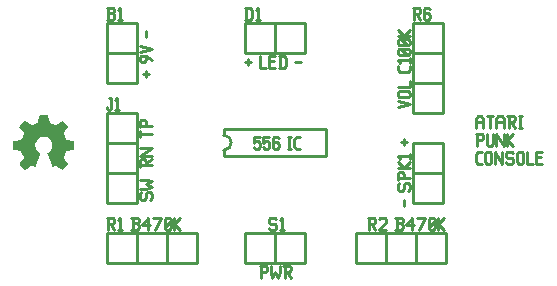
<source format=gto>
G04 start of page 9 for group -4079 idx -4079 *
G04 Title: (unknown), topsilk *
G04 Creator: pcb 20140316 *
G04 CreationDate: Sat 19 Jul 2014 12:31:25 AM GMT UTC *
G04 For: visage *
G04 Format: Gerber/RS-274X *
G04 PCB-Dimensions (mil): 2010.00 1020.00 *
G04 PCB-Coordinate-Origin: lower left *
%MOIN*%
%FSLAX25Y25*%
%LNTOPSILK*%
%ADD51C,0.0100*%
%ADD50C,0.0001*%
G54D50*G36*
X21777Y59314D02*X24354D01*
X24437Y59282D01*
X24484Y59206D01*
X24533Y58967D01*
X24577Y58745D01*
X24968Y56613D01*
X25015Y56525D01*
X25098Y56467D01*
X25201Y56423D01*
X25991Y56152D01*
X26741Y55794D01*
X26747D01*
X26834Y55756D01*
X26931Y55742D01*
X27029Y55773D01*
X28802Y56992D01*
X28993Y57117D01*
X29194Y57253D01*
X29280Y57278D01*
X29362Y57242D01*
X29693Y56912D01*
X30197Y56412D01*
X30355Y56249D01*
X30854Y55751D01*
X31016Y55594D01*
X31184Y55420D01*
X31223Y55335D01*
X31201Y55246D01*
X31065Y55045D01*
X30936Y54855D01*
X29747Y53119D01*
X29715Y53027D01*
X29730Y52930D01*
X29775Y52831D01*
X30458Y51225D01*
X30495Y51134D01*
X30558Y51056D01*
X30648Y51009D01*
X32687Y50628D01*
X32911Y50585D01*
X33154Y50542D01*
X33229Y50495D01*
X33258Y50412D01*
Y47835D01*
X33229Y47746D01*
X33154Y47699D01*
X32911Y47656D01*
X32687Y47613D01*
X30708Y47244D01*
X30620Y47196D01*
X30566Y47113D01*
X30538Y47053D01*
Y47042D01*
X29823Y45269D01*
X29818Y45257D01*
X29801Y45214D01*
X29784Y45113D01*
X29812Y45019D01*
X30941Y43387D01*
X31065Y43196D01*
X31206Y42995D01*
X31225Y42909D01*
X31184Y42827D01*
X31016Y42648D01*
X30854Y42491D01*
X29536Y41173D01*
X29362Y41005D01*
X29280Y40964D01*
X29194Y40982D01*
X28993Y41124D01*
X28802Y41248D01*
X27208Y42345D01*
X27109Y42374D01*
X27012Y42355D01*
X26681Y42171D01*
X26487Y42062D01*
X26140Y41884D01*
X26055Y41878D01*
X25993Y41938D01*
X25847Y42295D01*
X25759Y42502D01*
X24376Y45860D01*
X24288Y46066D01*
X24191Y46299D01*
X24187Y46394D01*
X24240Y46467D01*
X24463Y46598D01*
X24604Y46706D01*
X25140Y47152D01*
X25555Y47716D01*
X25822Y48375D01*
X25916Y49105D01*
X25858Y49680D01*
X25693Y50214D01*
X25430Y50699D01*
X25081Y51121D01*
X24661Y51470D01*
X24177Y51734D01*
X23643Y51899D01*
X23069Y51957D01*
X22494Y51899D01*
X21959Y51734D01*
X21476Y51470D01*
X21054Y51121D01*
X20706Y50699D01*
X20444Y50214D01*
X20279Y49680D01*
X20220Y49105D01*
X20313Y48375D01*
X20580Y47716D01*
X20994Y47152D01*
X21533Y46706D01*
X21669Y46598D01*
X21891Y46467D01*
X21945Y46394D01*
X21940Y46299D01*
X21843Y46066D01*
X21755Y45860D01*
X20372Y42502D01*
X20286Y42295D01*
X20138Y41938D01*
X20077Y41878D01*
X19993Y41884D01*
X19651Y42062D01*
X19450Y42171D01*
X19119Y42355D01*
X19020Y42374D01*
X18923Y42345D01*
X17329Y41248D01*
X17144Y41124D01*
X16938Y40982D01*
X16851Y40964D01*
X16769Y41005D01*
X16595Y41173D01*
X16438Y41335D01*
X15940Y41834D01*
X15777Y41992D01*
X15277Y42491D01*
X15115Y42648D01*
X14947Y42827D01*
X14908Y42909D01*
X14930Y42995D01*
X15066Y43196D01*
X15197Y43387D01*
X16319Y45019D01*
X16347Y45113D01*
X16330Y45214D01*
X16308Y45274D01*
X15598Y47048D01*
X15565Y47113D01*
X15511Y47196D01*
X15425Y47244D01*
X13444Y47613D01*
X13222Y47656D01*
X12983Y47699D01*
X12904Y47749D01*
X12875Y47835D01*
Y50412D01*
X12904Y50495D01*
X12983Y50542D01*
X13222Y50591D01*
X13444Y50628D01*
X15484Y51009D01*
X15573Y51056D01*
X15636Y51139D01*
X15673Y51225D01*
X16362Y52831D01*
X16401Y52930D01*
X16418Y53027D01*
X16390Y53119D01*
X15197Y54860D01*
X15066Y55045D01*
X14930Y55246D01*
X14908Y55335D01*
X14947Y55420D01*
X15115Y55594D01*
X15277Y55751D01*
X16769Y57242D01*
X16851Y57278D01*
X16938Y57259D01*
X17144Y57123D01*
X17329Y56992D01*
X19102Y55773D01*
X19200Y55744D01*
X19298Y55762D01*
X19384Y55794D01*
X19395Y55799D01*
X20141Y56153D01*
X20931Y56428D01*
X21034Y56467D01*
X21118Y56525D01*
X21163Y56613D01*
X21561Y58745D01*
X21598Y58967D01*
X21647Y59206D01*
X21694Y59282D01*
X21777Y59314D01*
G37*
G54D51*X44000Y25000D02*X46000D01*
X46500Y24500D01*
Y23500D01*
X46000Y23000D02*X46500Y23500D01*
X44500Y23000D02*X46000D01*
X44500Y25000D02*Y21000D01*
X45300Y23000D02*X46500Y21000D01*
X47700Y24200D02*X48500Y25000D01*
Y21000D01*
X47700D02*X49200D01*
X52200D02*X54200D01*
X54700Y21500D01*
Y22700D02*Y21500D01*
X54200Y23200D02*X54700Y22700D01*
X52700Y23200D02*X54200D01*
X52700Y25000D02*Y21000D01*
X52200Y25000D02*X54200D01*
X54700Y24500D01*
Y23700D01*
X54200Y23200D02*X54700Y23700D01*
X55900Y22500D02*X57900Y25000D01*
X55900Y22500D02*X58400D01*
X57900Y25000D02*Y21000D01*
X60100D02*X62100Y25000D01*
X59600D02*X62100D01*
X63300Y21500D02*X63800Y21000D01*
X63300Y24500D02*Y21500D01*
Y24500D02*X63800Y25000D01*
X64800D01*
X65300Y24500D01*
Y21500D01*
X64800Y21000D02*X65300Y21500D01*
X63800Y21000D02*X64800D01*
X63300Y22000D02*X65300Y24000D01*
X66500Y25000D02*Y21000D01*
Y23000D02*X68500Y25000D01*
X66500Y23000D02*X68500Y21000D01*
X95500Y9000D02*Y5000D01*
X95000Y9000D02*X97000D01*
X97500Y8500D01*
Y7500D01*
X97000Y7000D02*X97500Y7500D01*
X95500Y7000D02*X97000D01*
X98700Y9000D02*Y7000D01*
X99200Y5000D01*
X100200Y7000D01*
X101200Y5000D01*
X101700Y7000D01*
Y9000D02*Y7000D01*
X102900Y9000D02*X104900D01*
X105400Y8500D01*
Y7500D01*
X104900Y7000D02*X105400Y7500D01*
X103400Y7000D02*X104900D01*
X103400Y9000D02*Y5000D01*
X104200Y7000D02*X105400Y5000D01*
X100000Y25000D02*X100500Y24500D01*
X98500Y25000D02*X100000D01*
X98000Y24500D02*X98500Y25000D01*
X98000Y24500D02*Y23500D01*
X98500Y23000D01*
X100000D01*
X100500Y22500D01*
Y21500D01*
X100000Y21000D02*X100500Y21500D01*
X98500Y21000D02*X100000D01*
X98000Y21500D02*X98500Y21000D01*
X101700Y24200D02*X102500Y25000D01*
Y21000D01*
X101700D02*X103200D01*
X44700Y65000D02*X45500D01*
Y61500D01*
X45000Y61000D02*X45500Y61500D01*
X44500Y61000D02*X45000D01*
X44000Y61500D02*X44500Y61000D01*
X44000Y62000D02*Y61500D01*
X46700Y64200D02*X47500Y65000D01*
Y61000D01*
X46700D02*X48200D01*
X44000Y91000D02*X46000D01*
X46500Y91500D01*
Y92700D02*Y91500D01*
X46000Y93200D02*X46500Y92700D01*
X44500Y93200D02*X46000D01*
X44500Y95000D02*Y91000D01*
X44000Y95000D02*X46000D01*
X46500Y94500D01*
Y93700D01*
X46000Y93200D02*X46500Y93700D01*
X47700Y94200D02*X48500Y95000D01*
Y91000D01*
X47700D02*X49200D01*
X55000Y54000D02*Y52000D01*
Y53000D02*X59000D01*
X55000Y55700D02*X59000D01*
X55000Y57200D02*Y55200D01*
Y57200D02*X55500Y57700D01*
X56500D01*
X57000Y57200D02*X56500Y57700D01*
X57000Y57200D02*Y55700D01*
Y74000D02*Y72000D01*
X56000Y73000D02*X58000D01*
X59000Y77500D02*X57000Y79000D01*
X55500D02*X57000D01*
X55000Y78500D02*X55500Y79000D01*
X55000Y78500D02*Y77500D01*
X55500Y77000D02*X55000Y77500D01*
X55500Y77000D02*X56500D01*
X57000Y77500D01*
Y79000D02*Y77500D01*
X55000Y80200D02*X59000Y81200D01*
X55000Y82200D01*
X57000Y87200D02*Y85200D01*
X55000Y44000D02*Y42000D01*
Y44000D02*X55500Y44500D01*
X56500D01*
X57000Y44000D02*X56500Y44500D01*
X57000Y44000D02*Y42500D01*
X55000D02*X59000D01*
X57000Y43300D02*X59000Y44500D01*
X55000Y45700D02*X59000D01*
X55000D02*X59000Y48200D01*
X55000D02*X59000D01*
X55000Y33000D02*X55500Y33500D01*
X55000Y33000D02*Y31500D01*
X55500Y31000D02*X55000Y31500D01*
X55500Y31000D02*X56500D01*
X57000Y31500D01*
Y33000D02*Y31500D01*
Y33000D02*X57500Y33500D01*
X58500D01*
X59000Y33000D02*X58500Y33500D01*
X59000Y33000D02*Y31500D01*
X58500Y31000D02*X59000Y31500D01*
X55000Y34700D02*X57000D01*
X59000Y35200D01*
X57000Y36200D01*
X59000Y37200D01*
X57000Y37700D01*
X55000D02*X57000D01*
X131000Y25000D02*X133000D01*
X133500Y24500D01*
Y23500D01*
X133000Y23000D02*X133500Y23500D01*
X131500Y23000D02*X133000D01*
X131500Y25000D02*Y21000D01*
X132300Y23000D02*X133500Y21000D01*
X134700Y24500D02*X135200Y25000D01*
X136700D01*
X137200Y24500D01*
Y23500D01*
X134700Y21000D02*X137200Y23500D01*
X134700Y21000D02*X137200D01*
X140200D02*X142200D01*
X142700Y21500D01*
Y22700D02*Y21500D01*
X142200Y23200D02*X142700Y22700D01*
X140700Y23200D02*X142200D01*
X140700Y25000D02*Y21000D01*
X140200Y25000D02*X142200D01*
X142700Y24500D01*
Y23700D01*
X142200Y23200D02*X142700Y23700D01*
X143900Y22500D02*X145900Y25000D01*
X143900Y22500D02*X146400D01*
X145900Y25000D02*Y21000D01*
X148100D02*X150100Y25000D01*
X147600D02*X150100D01*
X151300Y21500D02*X151800Y21000D01*
X151300Y24500D02*Y21500D01*
Y24500D02*X151800Y25000D01*
X152800D01*
X153300Y24500D01*
Y21500D01*
X152800Y21000D02*X153300Y21500D01*
X151800Y21000D02*X152800D01*
X151300Y22000D02*X153300Y24000D01*
X154500Y25000D02*Y21000D01*
Y23000D02*X156500Y25000D01*
X154500Y23000D02*X156500Y21000D01*
X143000Y31000D02*Y29000D01*
X141000Y36000D02*X141500Y36500D01*
X141000Y36000D02*Y34500D01*
X141500Y34000D02*X141000Y34500D01*
X141500Y34000D02*X142500D01*
X143000Y34500D01*
Y36000D02*Y34500D01*
Y36000D02*X143500Y36500D01*
X144500D01*
X145000Y36000D02*X144500Y36500D01*
X145000Y36000D02*Y34500D01*
X144500Y34000D02*X145000Y34500D01*
X141000Y38200D02*X145000D01*
X141000Y39700D02*Y37700D01*
Y39700D02*X141500Y40200D01*
X142500D01*
X143000Y39700D02*X142500Y40200D01*
X143000Y39700D02*Y38200D01*
X141000Y41400D02*X145000D01*
X143000D02*X141000Y43400D01*
X143000Y41400D02*X145000Y43400D01*
X141800Y44600D02*X141000Y45400D01*
X145000D01*
Y46100D02*Y44600D01*
X143000Y51100D02*Y49100D01*
X142000Y50100D02*X144000D01*
X141000Y62000D02*X145000Y63000D01*
X141000Y64000D01*
X141500Y65200D02*X144500D01*
X141500D02*X141000Y65700D01*
Y66700D02*Y65700D01*
Y66700D02*X141500Y67200D01*
X144500D01*
X145000Y66700D02*X144500Y67200D01*
X145000Y66700D02*Y65700D01*
X144500Y65200D02*X145000Y65700D01*
X141000Y68400D02*X145000D01*
Y70400D02*Y68400D01*
Y75400D02*Y74100D01*
X144300Y73400D02*X145000Y74100D01*
X141700Y73400D02*X144300D01*
X141700D02*X141000Y74100D01*
Y75400D02*Y74100D01*
X141800Y76600D02*X141000Y77400D01*
X145000D01*
Y78100D02*Y76600D01*
X144500Y79300D02*X145000Y79800D01*
X141500Y79300D02*X144500D01*
X141500D02*X141000Y79800D01*
Y80800D02*Y79800D01*
Y80800D02*X141500Y81300D01*
X144500D01*
X145000Y80800D02*X144500Y81300D01*
X145000Y80800D02*Y79800D01*
X144000Y79300D02*X142000Y81300D01*
X144500Y82500D02*X145000Y83000D01*
X141500Y82500D02*X144500D01*
X141500D02*X141000Y83000D01*
Y84000D02*Y83000D01*
Y84000D02*X141500Y84500D01*
X144500D01*
X145000Y84000D02*X144500Y84500D01*
X145000Y84000D02*Y83000D01*
X144000Y82500D02*X142000Y84500D01*
X141000Y85700D02*X145000D01*
X143000D02*X141000Y87700D01*
X143000Y85700D02*X145000Y87700D01*
X146000Y95000D02*X148000D01*
X148500Y94500D01*
Y93500D01*
X148000Y93000D02*X148500Y93500D01*
X146500Y93000D02*X148000D01*
X146500Y95000D02*Y91000D01*
X147300Y93000D02*X148500Y91000D01*
X151200Y95000D02*X151700Y94500D01*
X150200Y95000D02*X151200D01*
X149700Y94500D02*X150200Y95000D01*
X149700Y94500D02*Y91500D01*
X150200Y91000D01*
X151200Y93200D02*X151700Y92700D01*
X149700Y93200D02*X151200D01*
X150200Y91000D02*X151200D01*
X151700Y91500D01*
Y92700D02*Y91500D01*
X90500Y95000D02*Y91000D01*
X91800Y95000D02*X92500Y94300D01*
Y91700D01*
X91800Y91000D02*X92500Y91700D01*
X90000Y91000D02*X91800D01*
X90000Y95000D02*X91800D01*
X93700Y94200D02*X94500Y95000D01*
Y91000D01*
X93700D02*X95200D01*
X90000Y77000D02*X92000D01*
X91000Y78000D02*Y76000D01*
X95000Y79000D02*Y75000D01*
X97000D01*
X98200Y77200D02*X99700D01*
X98200Y75000D02*X100200D01*
X98200Y79000D02*Y75000D01*
Y79000D02*X100200D01*
X101900D02*Y75000D01*
X103200Y79000D02*X103900Y78300D01*
Y75700D01*
X103200Y75000D02*X103900Y75700D01*
X101400Y75000D02*X103200D01*
X101400Y79000D02*X103200D01*
X106900Y77000D02*X108900D01*
X93000Y52000D02*X95000D01*
X93000D02*Y50000D01*
X93500Y50500D01*
X94500D01*
X95000Y50000D01*
Y48500D01*
X94500Y48000D02*X95000Y48500D01*
X93500Y48000D02*X94500D01*
X93000Y48500D02*X93500Y48000D01*
X96200Y52000D02*X98200D01*
X96200D02*Y50000D01*
X96700Y50500D01*
X97700D01*
X98200Y50000D01*
Y48500D01*
X97700Y48000D02*X98200Y48500D01*
X96700Y48000D02*X97700D01*
X96200Y48500D02*X96700Y48000D01*
X100900Y52000D02*X101400Y51500D01*
X99900Y52000D02*X100900D01*
X99400Y51500D02*X99900Y52000D01*
X99400Y51500D02*Y48500D01*
X99900Y48000D01*
X100900Y50200D02*X101400Y49700D01*
X99400Y50200D02*X100900D01*
X99900Y48000D02*X100900D01*
X101400Y48500D01*
Y49700D02*Y48500D01*
X104400Y52000D02*X105400D01*
X104900D02*Y48000D01*
X104400D02*X105400D01*
X107300D02*X108600D01*
X106600Y48700D02*X107300Y48000D01*
X106600Y51300D02*Y48700D01*
Y51300D02*X107300Y52000D01*
X108600D01*
X167500Y53000D02*Y49000D01*
X167000Y53000D02*X169000D01*
X169500Y52500D01*
Y51500D01*
X169000Y51000D02*X169500Y51500D01*
X167500Y51000D02*X169000D01*
X170700Y53000D02*Y49500D01*
X171200Y49000D01*
X172200D01*
X172700Y49500D01*
Y53000D02*Y49500D01*
X173900Y53000D02*Y49000D01*
Y53000D02*X176400Y49000D01*
Y53000D02*Y49000D01*
X177600Y53000D02*Y49000D01*
Y51000D02*X179600Y53000D01*
X177600Y51000D02*X179600Y49000D01*
X167700Y43000D02*X169000D01*
X167000Y43700D02*X167700Y43000D01*
X167000Y46300D02*Y43700D01*
Y46300D02*X167700Y47000D01*
X169000D01*
X170200Y46500D02*Y43500D01*
Y46500D02*X170700Y47000D01*
X171700D01*
X172200Y46500D01*
Y43500D01*
X171700Y43000D02*X172200Y43500D01*
X170700Y43000D02*X171700D01*
X170200Y43500D02*X170700Y43000D01*
X173400Y47000D02*Y43000D01*
Y47000D02*X175900Y43000D01*
Y47000D02*Y43000D01*
X179100Y47000D02*X179600Y46500D01*
X177600Y47000D02*X179100D01*
X177100Y46500D02*X177600Y47000D01*
X177100Y46500D02*Y45500D01*
X177600Y45000D01*
X179100D01*
X179600Y44500D01*
Y43500D01*
X179100Y43000D02*X179600Y43500D01*
X177600Y43000D02*X179100D01*
X177100Y43500D02*X177600Y43000D01*
X180800Y46500D02*Y43500D01*
Y46500D02*X181300Y47000D01*
X182300D01*
X182800Y46500D01*
Y43500D01*
X182300Y43000D02*X182800Y43500D01*
X181300Y43000D02*X182300D01*
X180800Y43500D02*X181300Y43000D01*
X184000Y47000D02*Y43000D01*
X186000D01*
X187200Y45200D02*X188700D01*
X187200Y43000D02*X189200D01*
X187200Y47000D02*Y43000D01*
Y47000D02*X189200D01*
X167000Y58000D02*Y55000D01*
Y58000D02*X167700Y59000D01*
X168800D01*
X169500Y58000D01*
Y55000D01*
X167000Y57000D02*X169500D01*
X170700Y59000D02*X172700D01*
X171700D02*Y55000D01*
X173900Y58000D02*Y55000D01*
Y58000D02*X174600Y59000D01*
X175700D01*
X176400Y58000D01*
Y55000D01*
X173900Y57000D02*X176400D01*
X177600Y59000D02*X179600D01*
X180100Y58500D01*
Y57500D01*
X179600Y57000D02*X180100Y57500D01*
X178100Y57000D02*X179600D01*
X178100Y59000D02*Y55000D01*
X178900Y57000D02*X180100Y55000D01*
X181300Y59000D02*X182300D01*
X181800D02*Y55000D01*
X181300D02*X182300D01*
X44000Y10000D02*X74000D01*
X44000Y20000D02*X74000D01*
Y10000D01*
X64000Y20000D02*Y10000D01*
X54000Y20000D02*Y10000D01*
X44000Y20000D02*Y10000D01*
X54000Y60000D02*Y30000D01*
X44000Y60000D02*Y30000D01*
Y60000D02*X54000D01*
X44000Y50000D02*X54000D01*
X44000Y40000D02*X54000D01*
X44000Y30000D02*X54000D01*
X44000Y70000D02*X54000D01*
Y90000D02*Y70000D01*
X44000Y90000D02*X54000D01*
X44000D02*Y70000D01*
X54000Y80000D02*Y70000D01*
X44000Y80000D02*X54000D01*
X127000Y20000D02*X157000D01*
X127000Y10000D02*X157000D01*
X127000Y20000D02*Y10000D01*
X137000Y20000D02*Y10000D01*
X147000Y20000D02*Y10000D01*
X157000Y20000D02*Y10000D01*
X110000Y20000D02*Y10000D01*
X90000Y20000D02*X110000D01*
X90000D02*Y10000D01*
X110000D01*
X100000Y20000D02*X110000D01*
X100000D02*Y10000D01*
X90000Y90000D02*Y80000D01*
X110000D01*
Y90000D02*Y80000D01*
X90000Y90000D02*X110000D01*
X90000Y80000D02*X100000D01*
Y90000D02*Y80000D01*
X156000Y90000D02*Y60000D01*
X146000Y90000D02*Y60000D01*
Y90000D02*X156000D01*
X146000Y80000D02*X156000D01*
X146000Y70000D02*X156000D01*
X146000Y60000D02*X156000D01*
X146000Y50000D02*X156000D01*
X146000D02*Y30000D01*
X156000D01*
Y50000D02*Y30000D01*
X146000Y50000D02*Y40000D01*
X156000D01*
X83000Y45500D02*X117000D01*
Y54500D02*Y45500D01*
X83000Y54500D02*X117000D01*
X83000Y47500D02*Y45500D01*
Y54500D02*Y52500D01*
Y47500D02*G75*G03X83000Y52500I0J2500D01*G01*
M02*

</source>
